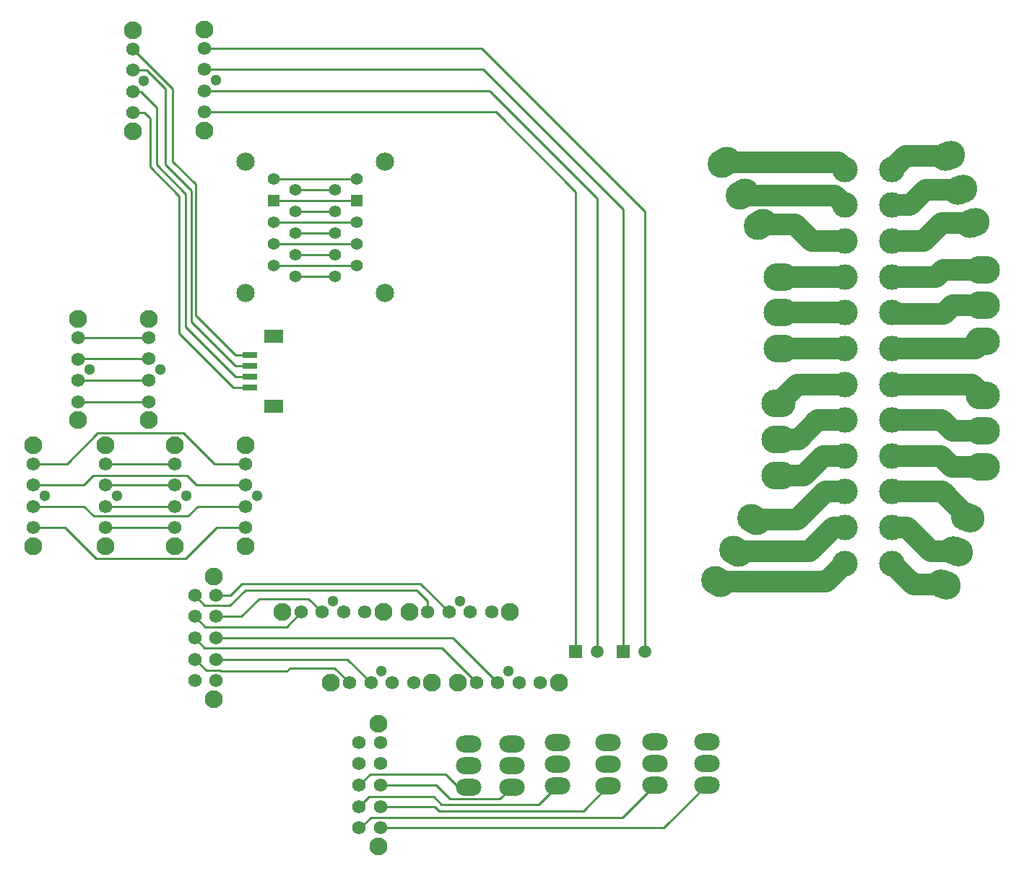
<source format=gtl>
G04*
G04 #@! TF.GenerationSoftware,Altium Limited,Altium Designer,18.1.9 (240)*
G04*
G04 Layer_Physical_Order=1*
G04 Layer_Color=255*
%FSLAX25Y25*%
%MOIN*%
G70*
G01*
G75*
%ADD11C,0.01000*%
%ADD13R,0.07087X0.02756*%
%ADD14R,0.08661X0.06299*%
%ADD32C,0.10000*%
%ADD33R,0.05906X0.05906*%
%ADD34C,0.05906*%
%ADD35C,0.05118*%
%ADD36C,0.06142*%
%ADD37C,0.08268*%
%ADD38O,0.11811X0.07874*%
%ADD39C,0.11811*%
G04:AMPARAMS|DCode=40|XSize=129.92mil|YSize=157.48mil|CornerRadius=0mil|HoleSize=0mil|Usage=FLASHONLY|Rotation=60.000|XOffset=0mil|YOffset=0mil|HoleType=Round|Shape=Round|*
%AMOVALD40*
21,1,0.02756,0.12992,0.00000,0.00000,150.0*
1,1,0.12992,0.01193,-0.00689*
1,1,0.12992,-0.01193,0.00689*
%
%ADD40OVALD40*%

G04:AMPARAMS|DCode=41|XSize=129.92mil|YSize=157.48mil|CornerRadius=0mil|HoleSize=0mil|Usage=FLASHONLY|Rotation=250.000|XOffset=0mil|YOffset=0mil|HoleType=Round|Shape=Round|*
%AMOVALD41*
21,1,0.02756,0.12992,0.00000,0.00000,340.0*
1,1,0.12992,-0.01295,0.00471*
1,1,0.12992,0.01295,-0.00471*
%
%ADD41OVALD41*%

%ADD42O,0.15748X0.12992*%
G04:AMPARAMS|DCode=43|XSize=129.92mil|YSize=157.48mil|CornerRadius=0mil|HoleSize=0mil|Usage=FLASHONLY|Rotation=120.000|XOffset=0mil|YOffset=0mil|HoleType=Round|Shape=Round|*
%AMOVALD43*
21,1,0.02756,0.12992,0.00000,0.00000,210.0*
1,1,0.12992,0.01193,0.00689*
1,1,0.12992,-0.01193,-0.00689*
%
%ADD43OVALD43*%

%ADD44C,0.05512*%
%ADD45R,0.05512X0.05512*%
%ADD46C,0.08465*%
G04:AMPARAMS|DCode=47|XSize=129.92mil|YSize=157.48mil|CornerRadius=0mil|HoleSize=0mil|Usage=FLASHONLY|Rotation=290.000|XOffset=0mil|YOffset=0mil|HoleType=Round|Shape=Round|*
%AMOVALD47*
21,1,0.02756,0.12992,0.00000,0.00000,20.0*
1,1,0.12992,-0.01295,-0.00471*
1,1,0.12992,0.01295,0.00471*
%
%ADD47OVALD47*%

D11*
X270280Y97803D02*
X270858Y97224D01*
X260437Y97803D02*
X261016Y97224D01*
X230461Y118842D02*
X251079Y98224D01*
X121095Y118842D02*
X230461D01*
X175811Y105000D02*
X182658Y98154D01*
X155311Y105000D02*
X175811D01*
X153811Y103500D02*
X155311Y105000D01*
X181653Y109000D02*
X192500Y98154D01*
X121095Y109000D02*
X181653D01*
X225189Y114272D02*
X241236Y98224D01*
X115823Y114272D02*
X225189D01*
X250264Y361736D02*
X287000Y325000D01*
X115724Y361736D02*
X250264D01*
X247421Y371579D02*
X297000Y322000D01*
X115724Y371579D02*
X247421D01*
X244315Y381421D02*
X309000Y316736D01*
X115724Y381421D02*
X244315D01*
X243736Y391264D02*
X319000Y316000D01*
X115724Y391264D02*
X243736D01*
X319000Y316000D02*
X319000Y112500D01*
X309000Y316736D02*
X309000Y112500D01*
X297000Y322000D02*
X297000Y112500D01*
X287000D02*
Y325000D01*
X128921Y234579D02*
X136500D01*
X104000Y259500D02*
X128921Y234579D01*
X104000Y259500D02*
Y323000D01*
X90500Y336500D02*
X104000Y323000D01*
X90500Y336500D02*
Y359000D01*
X88028Y361472D02*
X90500Y359000D01*
X82500Y361472D02*
X88028D01*
X82500Y371315D02*
X86185D01*
X93500Y364000D01*
Y337500D02*
Y364000D01*
X88842Y381157D02*
X97500Y372500D01*
X82500Y391000D02*
X101000Y372500D01*
X97500Y337500D02*
Y372500D01*
X101000Y339000D02*
Y372500D01*
X82500Y381157D02*
X88842D01*
X93500Y337500D02*
X107000Y324000D01*
Y262500D02*
Y324000D01*
Y262500D02*
X130000Y239500D01*
X136500D01*
X130079Y244421D02*
X136500D01*
X109500Y265000D02*
X130079Y244421D01*
X109500Y265000D02*
Y325500D01*
X97500Y337500D02*
X109500Y325500D01*
X101000Y339000D02*
X111500Y328500D01*
Y268000D02*
Y328500D01*
Y268000D02*
X130157Y249342D01*
X136500D01*
X327658Y31157D02*
X347500Y51000D01*
X197000Y31157D02*
X327658D01*
X308815Y36000D02*
X323500Y50685D01*
X192500Y36000D02*
X308815D01*
X187657Y31157D02*
X192500Y36000D01*
X187157Y31157D02*
X187657D01*
X290571Y39000D02*
X302000Y50429D01*
X224000Y39000D02*
X290571D01*
X222000Y41000D02*
X224000Y39000D01*
X197000Y41000D02*
X222000D01*
X270071Y42000D02*
X278500Y50429D01*
X225000Y42000D02*
X270071D01*
X221500Y45500D02*
X225000Y42000D01*
X198964Y45500D02*
X221500D01*
X198893Y45571D02*
X198964Y45500D01*
X191728Y45571D02*
X198893D01*
X187157Y41000D02*
X191728Y45571D01*
X252063Y44563D02*
X257500Y50000D01*
X228937Y44563D02*
X252063D01*
X222657Y50842D02*
X228937Y44563D01*
X197000Y50842D02*
X222657D01*
X187157D02*
X192315Y56000D01*
X227000D01*
X233000Y50000D01*
X237500D01*
X111252Y118842D02*
X115823Y114272D01*
X115937Y124000D02*
X153512D01*
X111252Y109000D02*
X116524Y103728D01*
X122988D01*
X123216Y103500D01*
X153811D01*
X121095Y128685D02*
X132685D01*
X141000Y137000D01*
X163803D01*
X170079Y130724D01*
X111252Y128685D02*
X115937Y124000D01*
X153512D02*
X160236Y130724D01*
X115823Y133957D02*
X127457D01*
X215303Y144000D02*
X228579Y130724D01*
X133087Y144000D02*
X215303D01*
X127614Y138528D02*
X133087Y144000D01*
X121095Y138528D02*
X127614D01*
X111252D02*
X115823Y133957D01*
X127457D02*
X134500Y141000D01*
X213500D01*
X218736Y135764D01*
Y130724D02*
Y135764D01*
X65634Y155559D02*
X107059D01*
X51457Y169736D02*
X65634Y155559D01*
X36724Y169736D02*
X51457D01*
X107059Y155559D02*
X121236Y169736D01*
X134724D01*
X64571Y175008D02*
X108087D01*
X60000Y179579D02*
X64571Y175008D01*
X36724Y179579D02*
X60000D01*
X112657D02*
X134724D01*
X108087Y175008D02*
X112657Y179579D01*
X64492Y193992D02*
X107508D01*
X59921Y189421D02*
X64492Y193992D01*
X36724Y189421D02*
X59921D01*
X112079D02*
X134724D01*
X107508Y193992D02*
X112079Y189421D01*
X36724Y199264D02*
X52264D01*
X66441Y213441D01*
X106059D01*
X120236Y199264D01*
X134724D01*
X69901Y189421D02*
X102126D01*
X69901Y169736D02*
X102126D01*
X69901Y179579D02*
X102126D01*
X69901Y199264D02*
X102126D01*
X57401Y227972D02*
X57429Y228000D01*
X89901D01*
X89874Y237815D02*
X89901Y237842D01*
X57401Y237815D02*
X89874D01*
X57401Y247657D02*
X57429Y247685D01*
X89901D01*
X89874Y257500D02*
X89901Y257528D01*
X57401Y257500D02*
X89874D01*
X157500Y286000D02*
X176000D01*
X147500Y291000D02*
X186000D01*
X157500Y296000D02*
X176000D01*
X147500Y301000D02*
X186000D01*
X157500Y306000D02*
X176000D01*
X147500Y311000D02*
X186000D01*
X157500Y316000D02*
X176000D01*
X147500Y321000D02*
X186000D01*
X157500Y326000D02*
X176000D01*
X147500Y331000D02*
X186000D01*
X204016Y98154D02*
X204516Y97654D01*
X213858Y98154D02*
X214358Y97654D01*
D13*
X136500Y234579D02*
D03*
Y239500D02*
D03*
Y244421D02*
D03*
Y249342D02*
D03*
D14*
X147524Y258201D02*
D03*
Y225721D02*
D03*
D32*
X433000Y335213D02*
X439292Y341505D01*
X458857D01*
X433000Y318677D02*
X441177D01*
X448500Y326000D01*
X464500D01*
X433000Y302142D02*
X447642D01*
X455929Y310429D01*
X470168D01*
X433000Y285606D02*
X453177D01*
X456571Y289000D01*
X475000D01*
X433000Y269071D02*
X433571Y268500D01*
X457000D01*
X461000Y272500D01*
X475000D01*
X433000Y252535D02*
X471606D01*
X475000Y255929D01*
X433000Y236000D02*
X470000D01*
X475000Y231000D01*
X433000Y219465D02*
X456035D01*
X461000Y214500D01*
X475000D01*
X433000Y202929D02*
X455571D01*
X460571Y197929D01*
X475000D01*
X433000Y186394D02*
X456254D01*
X468143Y174505D01*
X433000Y169858D02*
X440142D01*
X451000Y159000D01*
X462500D01*
X433000Y153323D02*
X442894Y143429D01*
X456832D01*
X402734Y144711D02*
X411346Y153323D01*
X352750Y144711D02*
X402734D01*
X405858Y169858D02*
X411346D01*
X395000Y159000D02*
X405858Y169858D01*
X361000Y159000D02*
X395000D01*
X402394Y186394D02*
X411346D01*
X389351Y173351D02*
X402394Y186394D01*
X369285Y173351D02*
X389351D01*
X401165Y202929D02*
X411346D01*
X392236Y194000D02*
X401165Y202929D01*
X380500Y194000D02*
X392236D01*
X398823Y219465D02*
X411346D01*
X389858Y210500D02*
X398823Y219465D01*
X380500Y210500D02*
X389858D01*
X389429Y236000D02*
X411346D01*
X380500Y227071D02*
X389429Y236000D01*
X411311Y252571D02*
X411346Y252535D01*
X381500Y252571D02*
X411311D01*
X411346Y269071D02*
X411346Y269071D01*
X381500Y269071D02*
X411346D01*
X411311Y285642D02*
X411346Y285606D01*
X381500Y285642D02*
X411311D01*
X395858Y302142D02*
X411346D01*
X388289Y309711D02*
X395858Y302142D01*
X372250Y309711D02*
X388289D01*
X364000Y323307D02*
X406716D01*
X411346Y318677D01*
X364000Y323307D02*
Y324000D01*
X408208Y338351D02*
X411346Y335213D01*
X355715Y338351D02*
X408208D01*
D33*
X287000Y112500D02*
D03*
X309000D02*
D03*
D34*
X297000D02*
D03*
X319000D02*
D03*
D35*
X121000Y376500D02*
D03*
X87776Y376236D02*
D03*
X75177Y184500D02*
D03*
X140000D02*
D03*
X42000D02*
D03*
X107401D02*
D03*
X95177Y242764D02*
D03*
X62677Y242736D02*
D03*
X197421Y103429D02*
D03*
X256000Y103500D02*
D03*
X175000Y136000D02*
D03*
X233500D02*
D03*
D36*
X115724Y391264D02*
D03*
Y381421D02*
D03*
Y371579D02*
D03*
Y361736D02*
D03*
X82500Y391000D02*
D03*
Y381157D02*
D03*
Y371315D02*
D03*
Y361472D02*
D03*
X187157Y31157D02*
D03*
X197000D02*
D03*
X187157Y41000D02*
D03*
X197000D02*
D03*
X187157Y50842D02*
D03*
Y60685D02*
D03*
X197000Y70528D02*
D03*
Y60685D02*
D03*
Y50842D02*
D03*
X187157Y70528D02*
D03*
X69901Y199264D02*
D03*
Y189421D02*
D03*
Y179579D02*
D03*
Y169736D02*
D03*
X134724D02*
D03*
Y179579D02*
D03*
Y189421D02*
D03*
Y199264D02*
D03*
X36724D02*
D03*
Y189421D02*
D03*
Y179579D02*
D03*
Y169736D02*
D03*
X102126D02*
D03*
Y179579D02*
D03*
Y189421D02*
D03*
Y199264D02*
D03*
X89901Y228000D02*
D03*
Y237842D02*
D03*
Y247685D02*
D03*
Y257528D02*
D03*
X57401Y257500D02*
D03*
Y247657D02*
D03*
Y237815D02*
D03*
Y227972D02*
D03*
X212185Y98154D02*
D03*
X202343D02*
D03*
X192500D02*
D03*
X182658D02*
D03*
X270764Y98224D02*
D03*
X260921D02*
D03*
X251079D02*
D03*
X241236D02*
D03*
X111252Y99158D02*
D03*
X121095D02*
D03*
X111252Y109000D02*
D03*
X121095D02*
D03*
X111252Y118842D02*
D03*
Y128685D02*
D03*
X121095Y138528D02*
D03*
Y128685D02*
D03*
Y118842D02*
D03*
X111252Y138528D02*
D03*
X189764Y130724D02*
D03*
X179921D02*
D03*
X170079D02*
D03*
X160236D02*
D03*
X248264D02*
D03*
X238421D02*
D03*
X228579D02*
D03*
X218736D02*
D03*
D37*
X115724Y353193D02*
D03*
Y399807D02*
D03*
X82500Y352929D02*
D03*
Y399543D02*
D03*
X195858Y22614D02*
D03*
Y79071D02*
D03*
X69901Y161193D02*
D03*
Y207807D02*
D03*
X134724D02*
D03*
Y161193D02*
D03*
X36724D02*
D03*
Y207807D02*
D03*
X102126D02*
D03*
Y161193D02*
D03*
X89901Y266071D02*
D03*
Y219457D02*
D03*
X57401Y219429D02*
D03*
Y266043D02*
D03*
X174114Y98154D02*
D03*
X220728D02*
D03*
X232693Y98224D02*
D03*
X279307D02*
D03*
X119953Y90614D02*
D03*
Y147071D02*
D03*
X151693Y130724D02*
D03*
X198307D02*
D03*
X210193D02*
D03*
X256807D02*
D03*
D38*
X323500Y70685D02*
D03*
Y60685D02*
D03*
Y50685D02*
D03*
X237500Y70000D02*
D03*
Y60000D02*
D03*
Y50000D02*
D03*
X278500Y70429D02*
D03*
Y60429D02*
D03*
Y50429D02*
D03*
X347500Y71000D02*
D03*
Y61000D02*
D03*
Y51000D02*
D03*
X302000Y70429D02*
D03*
Y60429D02*
D03*
Y50429D02*
D03*
X257500Y70000D02*
D03*
Y60000D02*
D03*
Y50000D02*
D03*
D39*
X433000Y153323D02*
D03*
Y169858D02*
D03*
Y186394D02*
D03*
Y202929D02*
D03*
Y219465D02*
D03*
Y236000D02*
D03*
Y252535D02*
D03*
Y269071D02*
D03*
Y285606D02*
D03*
Y302142D02*
D03*
Y318677D02*
D03*
Y335213D02*
D03*
X411346Y153323D02*
D03*
Y169858D02*
D03*
Y186394D02*
D03*
Y202929D02*
D03*
Y219465D02*
D03*
Y236000D02*
D03*
Y252535D02*
D03*
Y269071D02*
D03*
Y285606D02*
D03*
Y302142D02*
D03*
Y318677D02*
D03*
Y335213D02*
D03*
D40*
X352750Y144711D02*
D03*
X361000Y159000D02*
D03*
X369285Y173351D02*
D03*
D41*
X468143Y174505D02*
D03*
X462500Y159000D02*
D03*
X456832Y143429D02*
D03*
D42*
X380500Y194000D02*
D03*
Y210500D02*
D03*
Y227071D02*
D03*
X475000Y231000D02*
D03*
Y214500D02*
D03*
Y197929D02*
D03*
X381500Y252571D02*
D03*
Y269071D02*
D03*
Y285642D02*
D03*
X475000Y289000D02*
D03*
Y272500D02*
D03*
Y255929D02*
D03*
D43*
X372250Y309711D02*
D03*
X364000Y324000D02*
D03*
X355715Y338351D02*
D03*
D44*
X157500Y286000D02*
D03*
X147500Y291000D02*
D03*
X157500Y296000D02*
D03*
X147500Y301000D02*
D03*
X157500Y306000D02*
D03*
X147500Y311000D02*
D03*
X157500Y316000D02*
D03*
Y326000D02*
D03*
X147500Y331000D02*
D03*
X176000Y286000D02*
D03*
X186000Y291000D02*
D03*
X176000Y296000D02*
D03*
X186000Y301000D02*
D03*
X176000Y306000D02*
D03*
X186000Y311000D02*
D03*
X176000Y316000D02*
D03*
Y326000D02*
D03*
X186000Y331000D02*
D03*
D45*
X147500Y321000D02*
D03*
X186000D02*
D03*
D46*
X134508Y338992D02*
D03*
Y278008D02*
D03*
X198992Y338992D02*
D03*
Y278008D02*
D03*
D47*
X458857Y341505D02*
D03*
X464500Y326000D02*
D03*
X470168Y310429D02*
D03*
M02*

</source>
